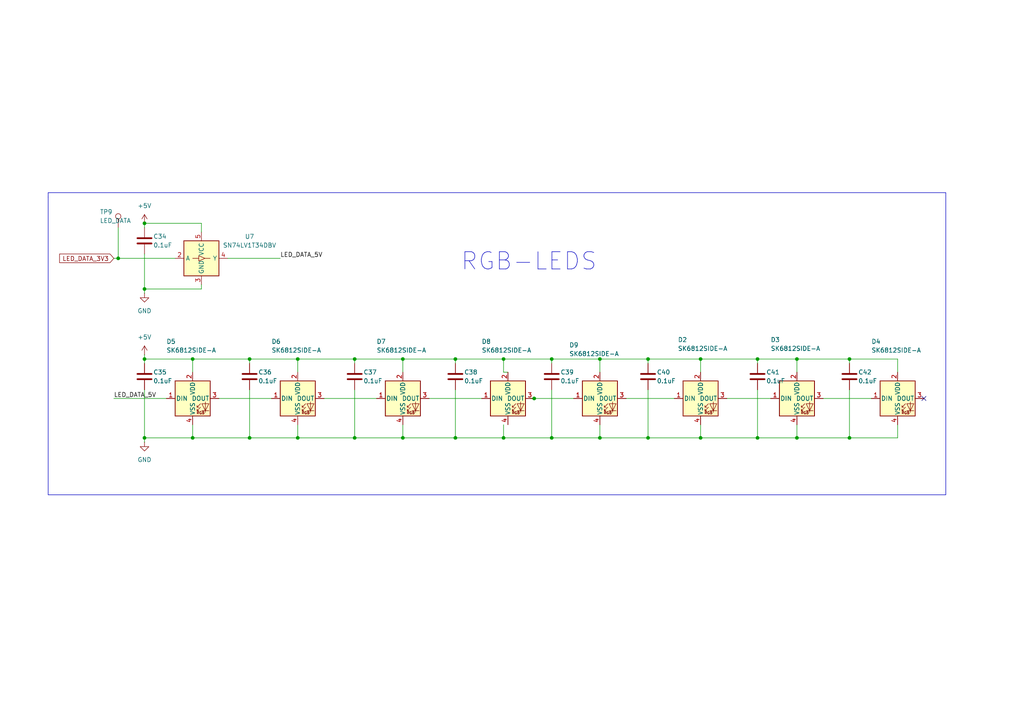
<source format=kicad_sch>
(kicad_sch (version 20250114) (generator "eeschema") (generator_version "9.0")
  (paper "A4")
  (lib_symbols
    (symbol "Connector:TestPoint" (pin_numbers (hide yes)) (pin_names (offset 0.762) (hide yes))
      (property "Reference" "TP" (at 0 6.858 0))
      (property "Value" "TestPoint" (at 0 5.08 0))
      (symbol "TestPoint_0_1"
        (circle (center 0 3.302) (radius 0.762))
      )
      (symbol "TestPoint_1_1"
        (pin passive line (at 0 0 90) (length 2.54) (name "1") (number "1"))
      )
    )
    (symbol "Device:C" (pin_numbers (hide yes)) (pin_names (offset 0.254))
      (property "Reference" "C" (at 0.635 2.54 0))
      (property "Value" "C" (at 0.635 -2.54 0))
      (symbol "C_0_1"
        (polyline (pts (xy -2.032 0.762) (xy 2.032 0.762)) (stroke (width 0.508)))
        (polyline (pts (xy -2.032 -0.762) (xy 2.032 -0.762)) (stroke (width 0.508)))
      )
      (symbol "C_1_1"
        (pin passive line (at 0 3.81 270) (length 2.794) (name "~") (number "1"))
        (pin passive line (at 0 -3.81 90) (length 2.794) (name "~") (number "2"))
      )
    )
    (symbol "Logic_LevelTranslator:SN74LV1T34DBV"
      (property "Reference" "U" (at 5.08 6.35 0))
      (property "Value" "SN74LV1T34DBV" (at 5.08 3.81 0))
      (symbol "SN74LV1T34DBV_0_1"
        (rectangle (start -5.08 5.08) (end 5.08 -5.08) (stroke (width 0.254)) (fill (type background)))
        (polyline (pts (xy -0.762 0) (xy -2.54 0)))
        (polyline (pts (xy 1.016 0) (xy 2.54 0)))
      )
      (symbol "SN74LV1T34DBV_1_1"
        (polyline (pts (xy -0.762 -0.762) (xy -0.762 0.762) (xy 1.016 0) (xy -0.762 -0.762)))
        (pin input line (at -7.62 0 0) (length 2.54) (name "A") (number "2"))
        (pin no_connect line (at -5.08 2.54 0) (length 2.54) (hide yes) (name "NC") (number "1"))
        (pin power_in line (at 0 7.62 270) (length 2.54) (name "VCC") (number "5"))
        (pin power_in line (at 0 -7.62 90) (length 2.54) (name "GND") (number "3"))
        (pin output line (at 7.62 0 180) (length 2.54) (name "Y") (number "4"))
      )
    )
    (symbol "SK6812:SK6812SIDE-A" (pin_names (offset 0.254))
      (property "Reference" "D" (at 5.08 5.715 0))
      (property "Value" "SK6812SIDE-A" (at 1.27 -5.715 0))
      (symbol "SK6812SIDE-A_0_0"
        (text "RGB" (at 2.286 -4.191 0) (effects (font (size 0.762 0.762))))
      )
      (symbol "SK6812SIDE-A_0_1"
        (polyline (pts (xy 1.27 -2.54) (xy 1.778 -2.54)))
        (polyline (pts (xy 1.27 -3.556) (xy 1.778 -3.556)))
        (polyline (pts (xy 2.286 -1.524) (xy 1.27 -2.54) (xy 1.27 -2.032)))
        (polyline (pts (xy 2.286 -2.54) (xy 1.27 -3.556) (xy 1.27 -3.048)))
        (polyline (pts (xy 3.683 -1.016) (xy 3.683 -3.556) (xy 3.683 -4.064)))
        (polyline (pts (xy 4.699 -1.524) (xy 2.667 -1.524) (xy 3.683 -3.556) (xy 4.699 -1.524)))
        (polyline (pts (xy 4.699 -3.556) (xy 2.667 -3.556)))
        (rectangle (start 5.08 5.08) (end -5.08 -5.08) (stroke (width 0.254)) (fill (type background)))
      )
      (symbol "SK6812SIDE-A_1_1"
        (pin input line (at -7.62 0 0) (length 2.54) (name "DIN") (number "1"))
        (pin power_in line (at 0 7.62 270) (length 2.54) (name "VDD") (number "2"))
        (pin power_in line (at 0 -7.62 90) (length 2.54) (name "VSS") (number "4"))
        (pin output line (at 7.62 0 180) (length 2.54) (name "DOUT") (number "3"))
      )
    )
    (symbol "power:+5V" (power) (pin_numbers (hide yes)) (pin_names (offset 0) (hide yes))
      (property "Value" "+5V" (at 0 3.556 0))
      (symbol "+5V_0_1"
        (polyline (pts (xy -0.762 1.27) (xy 0 2.54)))
        (polyline (pts (xy 0 2.54) (xy 0.762 1.27)))
        (polyline (pts (xy 0 0) (xy 0 2.54)))
      )
      (symbol "+5V_1_1"
        (pin power_in line (at 0 0 90) (length 0) (name "~") (number "1"))
      )
    )
    (symbol "power:GND" (power) (pin_numbers (hide yes)) (pin_names (offset 0) (hide yes))
      (property "Value" "GND" (at 0 -3.81 0))
      (symbol "GND_0_1"
        (polyline (pts (xy 0 0) (xy 0 -1.27) (xy 1.27 -1.27) (xy 0 -2.54) (xy -1.27 -1.27) (xy 0 -1.27)))
      )
      (symbol "GND_1_1"
        (pin power_in line (at 0 0 270) (length 0) (name "~") (number "1"))
      )
    )
  )
  (text "RGB-LEDS" (at 153.416 75.946 0) (effects (font (size 5 5))))
  (junction (at 146.05 104.14))
  (junction (at 173.99 127))
  (junction (at 86.36 104.14))
  (junction (at 231.14 127))
  (junction (at 72.39 127))
  (junction (at 41.91 104.14))
  (junction (at 41.91 83.82))
  (junction (at 160.02 104.14))
  (junction (at 160.02 127))
  (junction (at 41.91 127))
  (junction (at 102.87 104.14))
  (junction (at 34.29 74.93))
  (junction (at 203.2 127))
  (junction (at 231.14 104.14))
  (junction (at 86.36 127))
  (junction (at 173.99 104.14))
  (junction (at 102.87 127))
  (junction (at 154.94 115.57))
  (junction (at 132.08 104.14))
  (junction (at 219.71 127))
  (junction (at 55.88 127))
  (junction (at 246.38 104.14))
  (junction (at 116.84 127))
  (junction (at 55.88 104.14))
  (junction (at 187.96 104.14))
  (junction (at 187.96 127))
  (junction (at 72.39 104.14))
  (junction (at 146.05 127))
  (junction (at 219.71 104.14))
  (junction (at 203.2 104.14))
  (junction (at 132.08 127))
  (junction (at 41.91 64.77))
  (junction (at 246.38 127))
  (junction (at 116.84 104.14))
  (no_connect (at 267.97 115.57))
  (wire (pts (xy 154.94 115.57) (xy 166.37 115.57)))
  (wire (pts (xy 102.87 113.03) (xy 102.87 127)))
  (wire (pts (xy 219.71 104.14) (xy 219.71 105.41)))
  (wire (pts (xy 146.05 123.19) (xy 146.05 127)))
  (wire (pts (xy 219.71 113.03) (xy 219.71 127)))
  (wire (pts (xy 55.88 127) (xy 41.91 127)))
  (wire (pts (xy 55.88 127) (xy 72.39 127)))
  (wire (pts (xy 246.38 104.14) (xy 260.35 104.14)))
  (wire (pts (xy 72.39 104.14) (xy 72.39 105.41)))
  (wire (pts (xy 132.08 104.14) (xy 146.05 104.14)))
  (wire (pts (xy 41.91 113.03) (xy 41.91 127)))
  (polyline (pts (xy 274.32 143.51) (xy 274.32 55.88)))
  (wire (pts (xy 187.96 104.14) (xy 203.2 104.14)))
  (wire (pts (xy 246.38 127) (xy 260.35 127)))
  (wire (pts (xy 153.67 115.57) (xy 154.94 115.57)))
  (wire (pts (xy 238.76 115.57) (xy 252.73 115.57)))
  (wire (pts (xy 160.02 104.14) (xy 173.99 104.14)))
  (wire (pts (xy 72.39 127) (xy 86.36 127)))
  (wire (pts (xy 34.29 74.93) (xy 50.8 74.93)))
  (wire (pts (xy 72.39 113.03) (xy 72.39 127)))
  (wire (pts (xy 219.71 104.14) (xy 231.14 104.14)))
  (wire (pts (xy 66.04 74.93) (xy 81.28 74.93)))
  (polyline (pts (xy 13.97 55.88) (xy 13.97 57.15)))
  (wire (pts (xy 124.46 115.57) (xy 139.7 115.57)))
  (wire (pts (xy 246.38 113.03) (xy 246.38 127)))
  (wire (pts (xy 116.84 104.14) (xy 132.08 104.14)))
  (wire (pts (xy 260.35 127) (xy 260.35 123.19)))
  (wire (pts (xy 203.2 104.14) (xy 219.71 104.14)))
  (wire (pts (xy 187.96 104.14) (xy 187.96 105.41)))
  (wire (pts (xy 102.87 104.14) (xy 102.87 105.41)))
  (polyline (pts (xy 13.97 143.51) (xy 274.32 143.51)))
  (wire (pts (xy 41.91 64.77) (xy 41.91 66.04)))
  (wire (pts (xy 116.84 123.19) (xy 116.84 127)))
  (wire (pts (xy 41.91 104.14) (xy 41.91 102.87)))
  (wire (pts (xy 58.42 83.82) (xy 41.91 83.82)))
  (wire (pts (xy 146.05 104.14) (xy 160.02 104.14)))
  (wire (pts (xy 33.02 115.57) (xy 48.26 115.57)))
  (wire (pts (xy 173.99 127) (xy 187.96 127)))
  (wire (pts (xy 58.42 82.55) (xy 58.42 83.82)))
  (wire (pts (xy 86.36 127) (xy 102.87 127)))
  (wire (pts (xy 41.91 64.77) (xy 58.42 64.77)))
  (wire (pts (xy 173.99 123.19) (xy 173.99 127)))
  (wire (pts (xy 146.05 107.95) (xy 147.32 107.95)))
  (wire (pts (xy 34.29 66.04) (xy 34.29 74.93)))
  (wire (pts (xy 72.39 104.14) (xy 86.36 104.14)))
  (wire (pts (xy 86.36 104.14) (xy 86.36 107.95)))
  (wire (pts (xy 116.84 104.14) (xy 116.84 107.95)))
  (wire (pts (xy 55.88 104.14) (xy 41.91 104.14)))
  (wire (pts (xy 41.91 83.82) (xy 41.91 85.09)))
  (wire (pts (xy 86.36 123.19) (xy 86.36 127)))
  (wire (pts (xy 55.88 123.19) (xy 55.88 127)))
  (polyline (pts (xy 13.97 55.88) (xy 274.32 55.88)))
  (wire (pts (xy 102.87 127) (xy 116.84 127)))
  (wire (pts (xy 173.99 104.14) (xy 187.96 104.14)))
  (wire (pts (xy 160.02 104.14) (xy 160.02 105.41)))
  (wire (pts (xy 93.98 115.57) (xy 109.22 115.57)))
  (wire (pts (xy 203.2 123.19) (xy 203.2 127)))
  (wire (pts (xy 173.99 104.14) (xy 173.99 107.95)))
  (wire (pts (xy 231.14 127) (xy 246.38 127)))
  (wire (pts (xy 146.05 104.14) (xy 146.05 107.95)))
  (wire (pts (xy 187.96 127) (xy 203.2 127)))
  (wire (pts (xy 116.84 127) (xy 132.08 127)))
  (wire (pts (xy 160.02 127) (xy 173.99 127)))
  (wire (pts (xy 55.88 104.14) (xy 72.39 104.14)))
  (polyline (pts (xy 13.97 57.15) (xy 13.97 143.51)))
  (wire (pts (xy 160.02 113.03) (xy 160.02 127)))
  (wire (pts (xy 219.71 127) (xy 231.14 127)))
  (wire (pts (xy 41.91 73.66) (xy 41.91 83.82)))
  (wire (pts (xy 260.35 104.14) (xy 260.35 107.95)))
  (wire (pts (xy 146.05 127) (xy 160.02 127)))
  (wire (pts (xy 187.96 113.03) (xy 187.96 127)))
  (wire (pts (xy 231.14 104.14) (xy 231.14 107.95)))
  (wire (pts (xy 63.5 115.57) (xy 78.74 115.57)))
  (wire (pts (xy 86.36 104.14) (xy 102.87 104.14)))
  (wire (pts (xy 181.61 115.57) (xy 195.58 115.57)))
  (wire (pts (xy 41.91 104.14) (xy 41.91 105.41)))
  (wire (pts (xy 132.08 113.03) (xy 132.08 127)))
  (wire (pts (xy 231.14 104.14) (xy 246.38 104.14)))
  (wire (pts (xy 102.87 104.14) (xy 116.84 104.14)))
  (wire (pts (xy 132.08 104.14) (xy 132.08 105.41)))
  (wire (pts (xy 132.08 127) (xy 146.05 127)))
  (wire (pts (xy 33.02 74.93) (xy 34.29 74.93)))
  (wire (pts (xy 41.91 127) (xy 41.91 128.27)))
  (wire (pts (xy 55.88 107.95) (xy 55.88 104.14)))
  (wire (pts (xy 246.38 104.14) (xy 246.38 105.41)))
  (wire (pts (xy 210.82 115.57) (xy 223.52 115.57)))
  (wire (pts (xy 231.14 123.19) (xy 231.14 127)))
  (wire (pts (xy 58.42 64.77) (xy 58.42 67.31)))
  (wire (pts (xy 203.2 104.14) (xy 203.2 107.95)))
  (wire (pts (xy 203.2 127) (xy 219.71 127)))
  (label "LED_DATA_5V" (at 33.02 115.57 0))
  (label "LED_DATA_5V" (at 81.28 74.93 0))
  (global_label "LED_DATA_3V3" (shape input) (at 33.02 74.93 180) (property "Intersheetrefs" "${INTERSHEET_REFS}" (effects (hide yes))))
  (symbol (lib_id "Device:C") (at 246.38 109.22 0) (unit 1)
    (property "Reference" "C42" (at 248.92 107.95 0) (effects (justify left)))
    (property "Value" "0.1uF" (at 248.92 110.49 0) (effects (justify left)))
    (property "Footprint" "Capacitor_SMD:C_0805_2012Metric_Pad1.18x1.45mm_HandSolder" (effects (hide yes)))
    (property "Description" "Unpolarized capacitor" (effects (hide yes)))
  )
  (symbol (lib_id "Device:C") (at 41.91 69.85 0) (unit 1)
    (property "Reference" "C34" (at 44.45 68.58 0) (effects (justify left)))
    (property "Value" "0.1uF" (at 44.45 71.12 0) (effects (justify left)))
    (property "Footprint" "Capacitor_SMD:C_0402_1005Metric" (effects (hide yes)))
    (property "Description" "Unpolarized capacitor" (effects (hide yes)))
  )
  (symbol (lib_id "Device:C") (at 41.91 109.22 0) (unit 1)
    (property "Reference" "C35" (at 44.45 107.95 0) (effects (justify left)))
    (property "Value" "0.1uF" (at 44.45 110.49 0) (effects (justify left)))
    (property "Footprint" "Capacitor_SMD:C_0805_2012Metric_Pad1.18x1.45mm_HandSolder" (effects (hide yes)))
    (property "Description" "Unpolarized capacitor" (effects (hide yes)))
  )
  (symbol (lib_id "SK6812:SK6812SIDE-A") (at 173.99 115.57 0) (unit 1)
    (property "Reference" "D9" (at 165.1 100.076 0) (effects (justify left)))
    (property "Value" "SK6812SIDE-A" (at 165.1 102.616 0) (effects (justify left)))
    (property "Footprint" "liebler_OPTO:SK6812_SIDE_A_handsolder" (effects (hide yes)))
    (property "AliExpress" "https://www.aliexpress.com/item/10000009330139.html" (effects (hide yes)))
    (property "Digikey" "1528-4691-ND" (effects (hide yes)))
    (property "Mouser" "485-4691" (effects (hide yes)))
    (property "LCSC" "C2890037" (effects (hide yes)))
  )
  (symbol (lib_id "power:GND") (at 41.91 85.09 0) (unit 1)
    (property "Reference" "#PWR042" (effects (hide yes)))
    (property "Value" "GND" (at 41.91 90.17 0))
    (property "Description" "Power symbol creates a global label with name \"GND\" , ground" (effects (hide yes)))
  )
  (symbol (lib_id "SK6812:SK6812SIDE-A") (at 231.14 115.57 0) (unit 1)
    (property "Reference" "D3" (at 223.52 98.552 0) (effects (justify left)))
    (property "Value" "SK6812SIDE-A" (at 223.52 101.092 0) (effects (justify left)))
    (property "Footprint" "liebler_OPTO:SK6812_SIDE_A_handsolder" (effects (hide yes)))
    (property "AliExpress" "https://www.aliexpress.com/item/10000009330139.html" (effects (hide yes)))
    (property "Digikey" "1528-4691-ND" (effects (hide yes)))
    (property "Mouser" "485-4691" (effects (hide yes)))
    (property "LCSC" "C2890037" (effects (hide yes)))
  )
  (symbol (lib_id "Device:C") (at 102.87 109.22 0) (unit 1)
    (property "Reference" "C37" (at 105.41 107.95 0) (effects (justify left)))
    (property "Value" "0.1uF" (at 105.41 110.49 0) (effects (justify left)))
    (property "Footprint" "Capacitor_SMD:C_0805_2012Metric_Pad1.18x1.45mm_HandSolder" (effects (hide yes)))
    (property "Description" "Unpolarized capacitor" (effects (hide yes)))
  )
  (symbol (lib_id "Device:C") (at 187.96 109.22 0) (unit 1)
    (property "Reference" "C40" (at 190.5 107.95 0) (effects (justify left)))
    (property "Value" "0.1uF" (at 190.5 110.49 0) (effects (justify left)))
    (property "Footprint" "Capacitor_SMD:C_0805_2012Metric_Pad1.18x1.45mm_HandSolder" (effects (hide yes)))
    (property "Description" "Unpolarized capacitor" (effects (hide yes)))
  )
  (symbol (lib_id "power:+5V") (at 41.91 102.87 0) (unit 1)
    (property "Reference" "#PWR039" (effects (hide yes)))
    (property "Value" "+5V" (at 41.91 97.79 0))
    (property "Description" "Power symbol creates a global label with name \"+5V\"" (effects (hide yes)))
  )
  (symbol (lib_id "Connector:TestPoint") (at 34.29 66.04 0) (unit 1)
    (property "Reference" "TP9" (at 28.956 61.468 0) (effects (justify left)))
    (property "Value" "LED_DATA" (at 28.956 64.008 0) (effects (justify left)))
    (property "Footprint" "TestPoint:TestPoint_Pad_D2.0mm" (effects (hide yes)))
    (property "Description" "test point" (effects (hide yes)))
  )
  (symbol (lib_id "Device:C") (at 219.71 109.22 0) (unit 1)
    (property "Reference" "C41" (at 222.25 107.95 0) (effects (justify left)))
    (property "Value" "0.1uF" (at 222.25 110.49 0) (effects (justify left)))
    (property "Footprint" "Capacitor_SMD:C_0805_2012Metric_Pad1.18x1.45mm_HandSolder" (effects (hide yes)))
    (property "Description" "Unpolarized capacitor" (effects (hide yes)))
  )
  (symbol (lib_id "SK6812:SK6812SIDE-A") (at 203.2 115.57 0) (unit 1)
    (property "Reference" "D2" (at 196.596 98.552 0) (effects (justify left)))
    (property "Value" "SK6812SIDE-A" (at 196.596 101.092 0) (effects (justify left)))
    (property "Footprint" "liebler_OPTO:SK6812_SIDE_A_handsolder" (effects (hide yes)))
    (property "AliExpress" "https://www.aliexpress.com/item/10000009330139.html" (effects (hide yes)))
    (property "Digikey" "1528-4691-ND" (effects (hide yes)))
    (property "Mouser" "485-4691" (effects (hide yes)))
    (property "LCSC" "C2890037" (effects (hide yes)))
  )
  (symbol (lib_id "power:GND") (at 41.91 128.27 0) (unit 1)
    (property "Reference" "#PWR040" (effects (hide yes)))
    (property "Value" "GND" (at 41.91 133.35 0))
    (property "Description" "Power symbol creates a global label with name \"GND\" , ground" (effects (hide yes)))
  )
  (symbol (lib_id "SK6812:SK6812SIDE-A") (at 260.35 115.57 0) (unit 1)
    (property "Reference" "D4" (at 252.73 99.06 0) (effects (justify left)))
    (property "Value" "SK6812SIDE-A" (at 252.73 101.6 0) (effects (justify left)))
    (property "Footprint" "liebler_OPTO:SK6812_SIDE_A_handsolder" (effects (hide yes)))
    (property "AliExpress" "https://www.aliexpress.com/item/10000009330139.html" (effects (hide yes)))
    (property "Digikey" "1528-4691-ND" (effects (hide yes)))
    (property "Mouser" "485-4691" (effects (hide yes)))
    (property "LCSC" "C2890037" (effects (hide yes)))
  )
  (symbol (lib_id "SK6812:SK6812SIDE-A") (at 147.32 115.57 0) (unit 1)
    (property "Reference" "D8" (at 139.7 99.06 0) (effects (justify left)))
    (property "Value" "SK6812SIDE-A" (at 139.7 101.6 0) (effects (justify left)))
    (property "Footprint" "liebler_OPTO:SK6812_SIDE_A_handsolder" (effects (hide yes)))
    (property "AliExpress" "https://www.aliexpress.com/item/10000009330139.html" (effects (hide yes)))
    (property "Digikey" "1528-4691-ND" (effects (hide yes)))
    (property "Mouser" "485-4691" (effects (hide yes)))
    (property "LCSC" "C2890037" (effects (hide yes)))
  )
  (symbol (lib_id "SK6812:SK6812SIDE-A") (at 116.84 115.57 0) (unit 1)
    (property "Reference" "D7" (at 109.22 99.06 0) (effects (justify left)))
    (property "Value" "SK6812SIDE-A" (at 109.22 101.6 0) (effects (justify left)))
    (property "Footprint" "liebler_OPTO:SK6812_SIDE_A_handsolder" (effects (hide yes)))
    (property "AliExpress" "https://www.aliexpress.com/item/10000009330139.html" (effects (hide yes)))
    (property "Digikey" "1528-4691-ND" (effects (hide yes)))
    (property "Mouser" "485-4691" (effects (hide yes)))
    (property "LCSC" "C2890037" (effects (hide yes)))
  )
  (symbol (lib_id "Device:C") (at 132.08 109.22 0) (unit 1)
    (property "Reference" "C38" (at 134.62 107.95 0) (effects (justify left)))
    (property "Value" "0.1uF" (at 134.62 110.49 0) (effects (justify left)))
    (property "Footprint" "Capacitor_SMD:C_0805_2012Metric_Pad1.18x1.45mm_HandSolder" (effects (hide yes)))
    (property "Description" "Unpolarized capacitor" (effects (hide yes)))
  )
  (symbol (lib_id "Device:C") (at 72.39 109.22 0) (unit 1)
    (property "Reference" "C36" (at 74.93 107.95 0) (effects (justify left)))
    (property "Value" "0.1uF" (at 74.93 110.49 0) (effects (justify left)))
    (property "Footprint" "Capacitor_SMD:C_0805_2012Metric_Pad1.18x1.45mm_HandSolder" (effects (hide yes)))
    (property "Description" "Unpolarized capacitor" (effects (hide yes)))
  )
  (symbol (lib_id "SK6812:SK6812SIDE-A") (at 86.36 115.57 0) (unit 1)
    (property "Reference" "D6" (at 78.74 99.06 0) (effects (justify left)))
    (property "Value" "SK6812SIDE-A" (at 78.74 101.6 0) (effects (justify left)))
    (property "Footprint" "liebler_OPTO:SK6812_SIDE_A_handsolder" (effects (hide yes)))
    (property "AliExpress" "https://www.aliexpress.com/item/10000009330139.html" (effects (hide yes)))
    (property "Digikey" "1528-4691-ND" (effects (hide yes)))
    (property "Mouser" "485-4691" (effects (hide yes)))
    (property "LCSC" "C2890037" (effects (hide yes)))
  )
  (symbol (lib_id "Logic_LevelTranslator:SN74LV1T34DBV") (at 58.42 74.93 0) (unit 1)
    (property "Reference" "U7" (at 72.39 68.6114 0))
    (property "Value" "SN74LV1T34DBV" (at 72.39 71.1514 0))
    (property "Footprint" "Package_TO_SOT_SMD:SOT-23-5" (effects (hide yes)))
    (property "Datasheet" "https://www.ti.com/lit/ds/symlink/sn74lv1t34.pdf" (effects (hide yes)))
    (property "Description" "Single Power Supply, Single Buffer GATE, CMOS Logic, Level Shifter, SOT-23-5" (effects (hide yes)))
  )
  (symbol (lib_id "SK6812:SK6812SIDE-A") (at 55.88 115.57 0) (unit 1)
    (property "Reference" "D5" (at 48.26 99.06 0) (effects (justify left)))
    (property "Value" "SK6812SIDE-A" (at 48.26 101.6 0) (effects (justify left)))
    (property "Footprint" "liebler_OPTO:SK6812_SIDE_A_handsolder" (effects (hide yes)))
    (property "AliExpress" "https://www.aliexpress.com/item/10000009330139.html" (effects (hide yes)))
    (property "Digikey" "1528-4691-ND" (effects (hide yes)))
    (property "Mouser" "485-4691" (effects (hide yes)))
    (property "LCSC" "C2890037" (effects (hide yes)))
  )
  (symbol (lib_id "power:+5V") (at 41.91 64.77 0) (unit 1)
    (property "Reference" "#PWR041" (effects (hide yes)))
    (property "Value" "+5V" (at 41.91 59.69 0))
    (property "Description" "Power symbol creates a global label with name \"+5V\"" (effects (hide yes)))
  )
  (symbol (lib_id "Device:C") (at 160.02 109.22 0) (unit 1)
    (property "Reference" "C39" (at 162.56 107.95 0) (effects (justify left)))
    (property "Value" "0.1uF" (at 162.56 110.49 0) (effects (justify left)))
    (property "Footprint" "Capacitor_SMD:C_0805_2012Metric_Pad1.18x1.45mm_HandSolder" (effects (hide yes)))
    (property "Description" "Unpolarized capacitor" (effects (hide yes)))
  )
)
</source>
